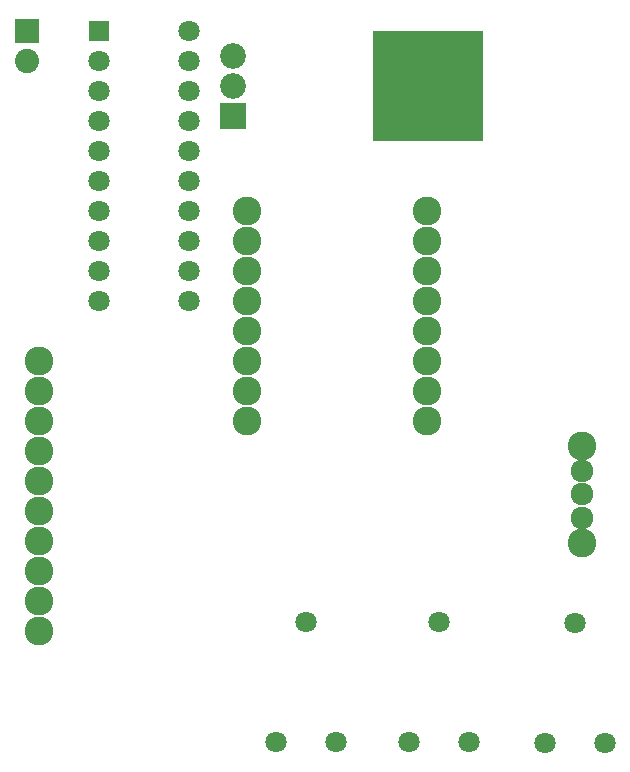
<source format=gbs>
G04 (created by PCBNEW (2013-07-07 BZR 4022)-stable) date 10/18/2013 11:27:31 AM*
%MOIN*%
G04 Gerber Fmt 3.4, Leading zero omitted, Abs format*
%FSLAX34Y34*%
G01*
G70*
G90*
G04 APERTURE LIST*
%ADD10C,0.00590551*%
%ADD11C,0.095748*%
%ADD12C,0.075748*%
%ADD13R,0.085748X0.085748*%
%ADD14C,0.085748*%
%ADD15R,0.365748X0.365748*%
%ADD16C,0.0708661*%
%ADD17R,0.070748X0.070748*%
%ADD18C,0.070748*%
%ADD19R,0.080748X0.080748*%
%ADD20C,0.080748*%
G04 APERTURE END LIST*
G54D10*
G54D11*
X98800Y-47523D03*
G54D12*
X98800Y-48350D03*
X98800Y-49137D03*
X98798Y-49924D03*
G54D11*
X98800Y-50751D03*
X87625Y-39675D03*
X87625Y-40675D03*
X87625Y-41675D03*
X87625Y-42675D03*
X87625Y-43675D03*
X87625Y-44675D03*
X87625Y-45675D03*
X87625Y-46675D03*
X93625Y-46675D03*
X93625Y-45675D03*
X93625Y-44675D03*
X93625Y-43675D03*
X93625Y-42675D03*
X93625Y-41675D03*
X93625Y-40675D03*
X93625Y-39675D03*
X80700Y-44700D03*
X80700Y-45700D03*
X80700Y-46700D03*
X80700Y-47700D03*
X80700Y-48700D03*
X80700Y-49700D03*
X80700Y-50700D03*
X80700Y-51700D03*
X80700Y-52700D03*
X80700Y-53700D03*
G54D13*
X87175Y-36525D03*
G54D14*
X87175Y-34525D03*
X87175Y-35525D03*
G54D15*
X93675Y-35525D03*
G54D16*
X98550Y-53420D03*
X97550Y-57420D03*
X99550Y-57420D03*
X94030Y-53380D03*
X93030Y-57380D03*
X95030Y-57380D03*
X89610Y-53400D03*
X88610Y-57400D03*
X90610Y-57400D03*
G54D17*
X82700Y-33675D03*
G54D18*
X82700Y-34675D03*
X82700Y-35675D03*
X82700Y-36675D03*
X82700Y-37675D03*
X82700Y-38675D03*
X82700Y-39675D03*
X82700Y-40675D03*
X82700Y-41675D03*
X82700Y-42675D03*
X85700Y-42675D03*
X85700Y-41675D03*
X85700Y-40675D03*
X85700Y-39675D03*
X85700Y-38675D03*
X85700Y-37675D03*
X85700Y-36675D03*
X85700Y-35675D03*
X85700Y-34675D03*
X85700Y-33675D03*
G54D19*
X80300Y-33675D03*
G54D20*
X80300Y-34675D03*
M02*

</source>
